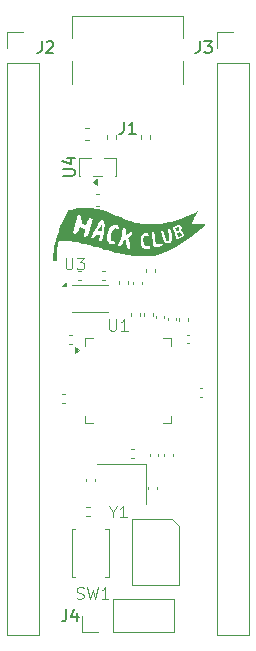
<source format=gbr>
%TF.GenerationSoftware,KiCad,Pcbnew,9.0.6*%
%TF.CreationDate,2025-12-05T22:59:02-07:00*%
%TF.ProjectId,HyperionDevBoard,48797065-7269-46f6-9e44-6576426f6172,rev?*%
%TF.SameCoordinates,Original*%
%TF.FileFunction,Legend,Top*%
%TF.FilePolarity,Positive*%
%FSLAX46Y46*%
G04 Gerber Fmt 4.6, Leading zero omitted, Abs format (unit mm)*
G04 Created by KiCad (PCBNEW 9.0.6) date 2025-12-05 22:59:02*
%MOMM*%
%LPD*%
G01*
G04 APERTURE LIST*
%ADD10C,0.100000*%
%ADD11C,0.150000*%
%ADD12C,0.120000*%
%ADD13C,0.000000*%
G04 APERTURE END LIST*
D10*
X107256265Y-114624800D02*
X107399122Y-114672419D01*
X107399122Y-114672419D02*
X107637217Y-114672419D01*
X107637217Y-114672419D02*
X107732455Y-114624800D01*
X107732455Y-114624800D02*
X107780074Y-114577180D01*
X107780074Y-114577180D02*
X107827693Y-114481942D01*
X107827693Y-114481942D02*
X107827693Y-114386704D01*
X107827693Y-114386704D02*
X107780074Y-114291466D01*
X107780074Y-114291466D02*
X107732455Y-114243847D01*
X107732455Y-114243847D02*
X107637217Y-114196228D01*
X107637217Y-114196228D02*
X107446741Y-114148609D01*
X107446741Y-114148609D02*
X107351503Y-114100990D01*
X107351503Y-114100990D02*
X107303884Y-114053371D01*
X107303884Y-114053371D02*
X107256265Y-113958133D01*
X107256265Y-113958133D02*
X107256265Y-113862895D01*
X107256265Y-113862895D02*
X107303884Y-113767657D01*
X107303884Y-113767657D02*
X107351503Y-113720038D01*
X107351503Y-113720038D02*
X107446741Y-113672419D01*
X107446741Y-113672419D02*
X107684836Y-113672419D01*
X107684836Y-113672419D02*
X107827693Y-113720038D01*
X108161027Y-113672419D02*
X108399122Y-114672419D01*
X108399122Y-114672419D02*
X108589598Y-113958133D01*
X108589598Y-113958133D02*
X108780074Y-114672419D01*
X108780074Y-114672419D02*
X109018170Y-113672419D01*
X109922931Y-114672419D02*
X109351503Y-114672419D01*
X109637217Y-114672419D02*
X109637217Y-113672419D01*
X109637217Y-113672419D02*
X109541979Y-113815276D01*
X109541979Y-113815276D02*
X109446741Y-113910514D01*
X109446741Y-113910514D02*
X109351503Y-113958133D01*
X110294360Y-107296228D02*
X110294360Y-107772419D01*
X109961027Y-106772419D02*
X110294360Y-107296228D01*
X110294360Y-107296228D02*
X110627693Y-106772419D01*
X111484836Y-107772419D02*
X110913408Y-107772419D01*
X111199122Y-107772419D02*
X111199122Y-106772419D01*
X111199122Y-106772419D02*
X111103884Y-106915276D01*
X111103884Y-106915276D02*
X111008646Y-107010514D01*
X111008646Y-107010514D02*
X110913408Y-107058133D01*
X110003884Y-90972419D02*
X110003884Y-91781942D01*
X110003884Y-91781942D02*
X110051503Y-91877180D01*
X110051503Y-91877180D02*
X110099122Y-91924800D01*
X110099122Y-91924800D02*
X110194360Y-91972419D01*
X110194360Y-91972419D02*
X110384836Y-91972419D01*
X110384836Y-91972419D02*
X110480074Y-91924800D01*
X110480074Y-91924800D02*
X110527693Y-91877180D01*
X110527693Y-91877180D02*
X110575312Y-91781942D01*
X110575312Y-91781942D02*
X110575312Y-90972419D01*
X111575312Y-91972419D02*
X111003884Y-91972419D01*
X111289598Y-91972419D02*
X111289598Y-90972419D01*
X111289598Y-90972419D02*
X111194360Y-91115276D01*
X111194360Y-91115276D02*
X111099122Y-91210514D01*
X111099122Y-91210514D02*
X111003884Y-91258133D01*
X106303884Y-85772419D02*
X106303884Y-86581942D01*
X106303884Y-86581942D02*
X106351503Y-86677180D01*
X106351503Y-86677180D02*
X106399122Y-86724800D01*
X106399122Y-86724800D02*
X106494360Y-86772419D01*
X106494360Y-86772419D02*
X106684836Y-86772419D01*
X106684836Y-86772419D02*
X106780074Y-86724800D01*
X106780074Y-86724800D02*
X106827693Y-86677180D01*
X106827693Y-86677180D02*
X106875312Y-86581942D01*
X106875312Y-86581942D02*
X106875312Y-85772419D01*
X107256265Y-85772419D02*
X107875312Y-85772419D01*
X107875312Y-85772419D02*
X107541979Y-86153371D01*
X107541979Y-86153371D02*
X107684836Y-86153371D01*
X107684836Y-86153371D02*
X107780074Y-86200990D01*
X107780074Y-86200990D02*
X107827693Y-86248609D01*
X107827693Y-86248609D02*
X107875312Y-86343847D01*
X107875312Y-86343847D02*
X107875312Y-86581942D01*
X107875312Y-86581942D02*
X107827693Y-86677180D01*
X107827693Y-86677180D02*
X107780074Y-86724800D01*
X107780074Y-86724800D02*
X107684836Y-86772419D01*
X107684836Y-86772419D02*
X107399122Y-86772419D01*
X107399122Y-86772419D02*
X107303884Y-86724800D01*
X107303884Y-86724800D02*
X107256265Y-86677180D01*
D11*
X117666666Y-67454819D02*
X117666666Y-68169104D01*
X117666666Y-68169104D02*
X117619047Y-68311961D01*
X117619047Y-68311961D02*
X117523809Y-68407200D01*
X117523809Y-68407200D02*
X117380952Y-68454819D01*
X117380952Y-68454819D02*
X117285714Y-68454819D01*
X118047619Y-67454819D02*
X118666666Y-67454819D01*
X118666666Y-67454819D02*
X118333333Y-67835771D01*
X118333333Y-67835771D02*
X118476190Y-67835771D01*
X118476190Y-67835771D02*
X118571428Y-67883390D01*
X118571428Y-67883390D02*
X118619047Y-67931009D01*
X118619047Y-67931009D02*
X118666666Y-68026247D01*
X118666666Y-68026247D02*
X118666666Y-68264342D01*
X118666666Y-68264342D02*
X118619047Y-68359580D01*
X118619047Y-68359580D02*
X118571428Y-68407200D01*
X118571428Y-68407200D02*
X118476190Y-68454819D01*
X118476190Y-68454819D02*
X118190476Y-68454819D01*
X118190476Y-68454819D02*
X118095238Y-68407200D01*
X118095238Y-68407200D02*
X118047619Y-68359580D01*
X104266666Y-67454819D02*
X104266666Y-68169104D01*
X104266666Y-68169104D02*
X104219047Y-68311961D01*
X104219047Y-68311961D02*
X104123809Y-68407200D01*
X104123809Y-68407200D02*
X103980952Y-68454819D01*
X103980952Y-68454819D02*
X103885714Y-68454819D01*
X104695238Y-67550057D02*
X104742857Y-67502438D01*
X104742857Y-67502438D02*
X104838095Y-67454819D01*
X104838095Y-67454819D02*
X105076190Y-67454819D01*
X105076190Y-67454819D02*
X105171428Y-67502438D01*
X105171428Y-67502438D02*
X105219047Y-67550057D01*
X105219047Y-67550057D02*
X105266666Y-67645295D01*
X105266666Y-67645295D02*
X105266666Y-67740533D01*
X105266666Y-67740533D02*
X105219047Y-67883390D01*
X105219047Y-67883390D02*
X104647619Y-68454819D01*
X104647619Y-68454819D02*
X105266666Y-68454819D01*
X106074819Y-78859404D02*
X106884342Y-78859404D01*
X106884342Y-78859404D02*
X106979580Y-78811785D01*
X106979580Y-78811785D02*
X107027200Y-78764166D01*
X107027200Y-78764166D02*
X107074819Y-78668928D01*
X107074819Y-78668928D02*
X107074819Y-78478452D01*
X107074819Y-78478452D02*
X107027200Y-78383214D01*
X107027200Y-78383214D02*
X106979580Y-78335595D01*
X106979580Y-78335595D02*
X106884342Y-78287976D01*
X106884342Y-78287976D02*
X106074819Y-78287976D01*
X106408152Y-77383214D02*
X107074819Y-77383214D01*
X106027200Y-77621309D02*
X106741485Y-77859404D01*
X106741485Y-77859404D02*
X106741485Y-77240357D01*
X106366666Y-115554819D02*
X106366666Y-116269104D01*
X106366666Y-116269104D02*
X106319047Y-116411961D01*
X106319047Y-116411961D02*
X106223809Y-116507200D01*
X106223809Y-116507200D02*
X106080952Y-116554819D01*
X106080952Y-116554819D02*
X105985714Y-116554819D01*
X107271428Y-115888152D02*
X107271428Y-116554819D01*
X107033333Y-115507200D02*
X106795238Y-116221485D01*
X106795238Y-116221485D02*
X107414285Y-116221485D01*
X111246666Y-74299819D02*
X111246666Y-75014104D01*
X111246666Y-75014104D02*
X111199047Y-75156961D01*
X111199047Y-75156961D02*
X111103809Y-75252200D01*
X111103809Y-75252200D02*
X110960952Y-75299819D01*
X110960952Y-75299819D02*
X110865714Y-75299819D01*
X112246666Y-75299819D02*
X111675238Y-75299819D01*
X111960952Y-75299819D02*
X111960952Y-74299819D01*
X111960952Y-74299819D02*
X111865714Y-74442676D01*
X111865714Y-74442676D02*
X111770476Y-74537914D01*
X111770476Y-74537914D02*
X111675238Y-74585533D01*
D12*
%TO.C,C16*%
X113310000Y-105397836D02*
X113310000Y-105182164D01*
X114030000Y-105397836D02*
X114030000Y-105182164D01*
%TO.C,C15*%
X108760000Y-104512164D02*
X108760000Y-104727836D01*
X108040000Y-104512164D02*
X108040000Y-104727836D01*
%TO.C,C14*%
X109140580Y-81410000D02*
X108859420Y-81410000D01*
X109140580Y-80390000D02*
X108859420Y-80390000D01*
%TO.C,C13*%
X108255580Y-75850000D02*
X107974420Y-75850000D01*
X108255580Y-74830000D02*
X107974420Y-74830000D01*
%TO.C,C10*%
X114640000Y-102392164D02*
X114640000Y-102607836D01*
X115360000Y-102392164D02*
X115360000Y-102607836D01*
%TO.C,C3*%
X116572164Y-92300000D02*
X116787836Y-92300000D01*
X116572164Y-93020000D02*
X116787836Y-93020000D01*
%TO.C,R3*%
X111880000Y-90436359D02*
X111880000Y-90743641D01*
X112640000Y-90436359D02*
X112640000Y-90743641D01*
%TO.C,C4*%
X114940000Y-91087836D02*
X114940000Y-90872164D01*
X115660000Y-91087836D02*
X115660000Y-90872164D01*
%TO.C,Y1*%
X113105000Y-103230000D02*
X108985000Y-103230000D01*
X113105000Y-106650000D02*
X113105000Y-103230000D01*
%TO.C,J3*%
X119110000Y-66690000D02*
X120490000Y-66690000D01*
X119110000Y-68070000D02*
X119110000Y-66690000D01*
X119110000Y-69340000D02*
X119110000Y-117710000D01*
X119110000Y-69340000D02*
X121870000Y-69340000D01*
X119110000Y-117710000D02*
X121870000Y-117710000D01*
X121870000Y-69340000D02*
X121870000Y-117710000D01*
%TO.C,R6*%
X108383641Y-106900000D02*
X108076359Y-106900000D01*
X108383641Y-107660000D02*
X108076359Y-107660000D01*
%TO.C,C11*%
X110840000Y-88007836D02*
X110840000Y-87792164D01*
X111560000Y-88007836D02*
X111560000Y-87792164D01*
%TO.C,SW1*%
X106830000Y-108720000D02*
X107130000Y-108720000D01*
X106830000Y-112860000D02*
X106830000Y-108720000D01*
X107130000Y-112860000D02*
X106830000Y-112860000D01*
X109670000Y-108720000D02*
X109970000Y-108720000D01*
X109970000Y-108720000D02*
X109970000Y-112860000D01*
X109970000Y-112860000D02*
X109670000Y-112860000D01*
%TO.C,C9*%
X113140000Y-86987836D02*
X113140000Y-86772164D01*
X113860000Y-86987836D02*
X113860000Y-86772164D01*
%TO.C,J2*%
X101330000Y-66690000D02*
X102710000Y-66690000D01*
X101330000Y-68070000D02*
X101330000Y-66690000D01*
X101330000Y-69340000D02*
X101330000Y-117710000D01*
X101330000Y-69340000D02*
X104090000Y-69340000D01*
X101330000Y-117710000D02*
X104090000Y-117710000D01*
X104090000Y-69340000D02*
X104090000Y-117710000D01*
%TO.C,C1*%
X115940001Y-91107836D02*
X115940000Y-90892164D01*
X116660000Y-91107836D02*
X116659999Y-90892164D01*
%TO.C,U4*%
X107460000Y-77337500D02*
X108460000Y-77337500D01*
X107460000Y-78857500D02*
X107460000Y-77337500D01*
X107510000Y-78857500D02*
X107460000Y-78857500D01*
X109410000Y-78857500D02*
X108630000Y-78857500D01*
X109580000Y-77337500D02*
X110580000Y-77337500D01*
X110580000Y-77337500D02*
X110580000Y-78857500D01*
X110580000Y-78857500D02*
X110530000Y-78857500D01*
X108970000Y-79637500D02*
X108640000Y-79397500D01*
X108970000Y-79157500D01*
X108970000Y-79637500D01*
G36*
X108970000Y-79637500D02*
G01*
X108640000Y-79397500D01*
X108970000Y-79157500D01*
X108970000Y-79637500D01*
G37*
%TO.C,C2*%
X112040000Y-88027836D02*
X112040000Y-87812164D01*
X112760000Y-88027836D02*
X112760000Y-87812164D01*
%TO.C,C7*%
X106237836Y-97350000D02*
X106022164Y-97350000D01*
X106237836Y-98070000D02*
X106022164Y-98070000D01*
%TO.C,C6*%
X106847836Y-92340000D02*
X106632164Y-92340000D01*
X106847836Y-93060000D02*
X106632164Y-93060000D01*
%TO.C,C5*%
X117652164Y-96820000D02*
X117867836Y-96820000D01*
X117652164Y-97540000D02*
X117867836Y-97540000D01*
%TO.C,J4*%
X107680000Y-117470000D02*
X107680000Y-116090000D01*
X109060000Y-117470000D02*
X107680000Y-117470000D01*
X110330000Y-114710000D02*
X115520000Y-114710000D01*
X110330000Y-117470000D02*
X110330000Y-114710000D01*
X110330000Y-117470000D02*
X115520000Y-117470000D01*
X115520000Y-117470000D02*
X115520000Y-114710000D01*
%TO.C,C8*%
X113440000Y-102372164D02*
X113440000Y-102587836D01*
X114160000Y-102372164D02*
X114160000Y-102587836D01*
%TO.C,C12*%
X113940000Y-90917836D02*
X113940000Y-90702164D01*
X114660000Y-90917836D02*
X114660000Y-90702164D01*
%TO.C,D1*%
X111900000Y-113500000D02*
X111900000Y-107900000D01*
X111900000Y-113500000D02*
X115900000Y-113500000D01*
X115300000Y-107900000D02*
X111900000Y-107900000D01*
X115300000Y-107900000D02*
X115900000Y-108500000D01*
X115900000Y-113500000D02*
X115900000Y-108500000D01*
%TO.C,R5*%
X111806359Y-102010000D02*
X112113641Y-102010000D01*
X111806359Y-102770000D02*
X112113641Y-102770000D01*
%TO.C,J1*%
X106880000Y-67200000D02*
X106880000Y-65300000D01*
X106880000Y-71100000D02*
X106880000Y-69100000D01*
X116280000Y-65300000D02*
X106880000Y-65300000D01*
X116280000Y-67200000D02*
X116280000Y-65300000D01*
X116280000Y-71100000D02*
X116280000Y-69100000D01*
%TO.C,C17*%
X109627836Y-86940000D02*
X109412164Y-86940000D01*
X109627836Y-87660000D02*
X109412164Y-87660000D01*
%TO.C,R1*%
X112680000Y-75416359D02*
X112680000Y-75723641D01*
X113440000Y-75416359D02*
X113440000Y-75723641D01*
%TO.C,R4*%
X112970000Y-90431359D02*
X112970000Y-90738641D01*
X113730000Y-90431359D02*
X113730000Y-90738641D01*
%TO.C,U3*%
X106867102Y-88115000D02*
X109867102Y-88115000D01*
X106867102Y-90385000D02*
X109867102Y-90385000D01*
X106317102Y-88200000D02*
X106037102Y-88200000D01*
X106317102Y-87920000D01*
X106317102Y-88200000D01*
G36*
X106317102Y-88200000D02*
G01*
X106037102Y-88200000D01*
X106317102Y-87920000D01*
X106317102Y-88200000D01*
G37*
%TO.C,R2*%
X109810000Y-75406359D02*
X109810000Y-75713641D01*
X110570000Y-75406359D02*
X110570000Y-75713641D01*
D13*
%TO.C,G\u002A\u002A\u002A*%
G36*
X116097040Y-83668889D02*
G01*
X116117601Y-83688485D01*
X116149830Y-83765935D01*
X116133207Y-83841998D01*
X116068345Y-83915521D01*
X115961355Y-83982598D01*
X115883670Y-84015457D01*
X115834704Y-84014459D01*
X115803504Y-83975296D01*
X115783754Y-83912709D01*
X115762015Y-83813253D01*
X115759295Y-83749011D01*
X115778044Y-83708593D01*
X115820711Y-83680607D01*
X115834980Y-83674393D01*
X115935604Y-83646311D01*
X116027588Y-83644708D01*
X116097040Y-83668889D01*
G37*
G36*
X115868134Y-83210442D02*
G01*
X115921512Y-83224810D01*
X115944150Y-83262486D01*
X115949052Y-83295476D01*
X115945675Y-83352375D01*
X115916461Y-83402530D01*
X115867811Y-83450053D01*
X115807599Y-83496417D01*
X115757093Y-83524303D01*
X115741650Y-83527945D01*
X115709974Y-83507211D01*
X115672733Y-83454713D01*
X115656491Y-83422833D01*
X115627768Y-83354374D01*
X115610462Y-83303158D01*
X115608235Y-83290765D01*
X115629722Y-83264867D01*
X115684567Y-83239411D01*
X115756867Y-83219312D01*
X115830717Y-83209484D01*
X115868134Y-83210442D01*
G37*
G36*
X109371090Y-83006927D02*
G01*
X109383315Y-83071491D01*
X109384876Y-83170468D01*
X109375213Y-83296798D01*
X109374234Y-83305355D01*
X109363690Y-83396953D01*
X109355668Y-83468797D01*
X109351684Y-83507272D01*
X109351524Y-83509396D01*
X109332981Y-83524925D01*
X109331889Y-83524771D01*
X109299251Y-83519289D01*
X109233361Y-83508282D01*
X109164946Y-83496876D01*
X109085712Y-83482983D01*
X109029266Y-83471779D01*
X109009732Y-83466435D01*
X109018813Y-83444368D01*
X109050743Y-83392262D01*
X109098779Y-83319715D01*
X109156177Y-83236327D01*
X109216194Y-83151695D01*
X109272088Y-83075418D01*
X109317115Y-83017094D01*
X109344533Y-82986322D01*
X109348759Y-82983836D01*
X109371090Y-83006927D01*
G37*
G36*
X108028894Y-81541023D02*
G01*
X108248849Y-81550981D01*
X108452331Y-81568977D01*
X108554957Y-81582675D01*
X108993889Y-81667119D01*
X109456634Y-81788061D01*
X109936167Y-81943319D01*
X110425463Y-82130715D01*
X110698345Y-82247649D01*
X110988387Y-82375297D01*
X111241290Y-82483149D01*
X111464115Y-82573612D01*
X111663923Y-82649094D01*
X111847777Y-82712001D01*
X112022737Y-82764741D01*
X112195866Y-82809721D01*
X112374225Y-82849348D01*
X112564875Y-82886030D01*
X112577994Y-82888393D01*
X112681267Y-82906093D01*
X112775501Y-82919784D01*
X112869336Y-82929958D01*
X112971416Y-82937106D01*
X113090382Y-82941721D01*
X113234876Y-82944292D01*
X113413540Y-82945312D01*
X113579649Y-82945350D01*
X113793236Y-82944654D01*
X113966216Y-82942761D01*
X114107442Y-82939165D01*
X114225767Y-82933362D01*
X114330044Y-82924848D01*
X114429126Y-82913119D01*
X114531865Y-82897669D01*
X114591408Y-82887700D01*
X115222074Y-82755898D01*
X115833044Y-82580538D01*
X116421822Y-82362485D01*
X116985912Y-82102603D01*
X117223446Y-81976445D01*
X117321459Y-81923874D01*
X117402982Y-81883321D01*
X117458857Y-81859134D01*
X117479576Y-81854876D01*
X117472326Y-81879508D01*
X117445016Y-81941766D01*
X117400606Y-82035495D01*
X117342057Y-82154541D01*
X117272331Y-82292750D01*
X117218473Y-82397571D01*
X117142786Y-82545676D01*
X117076417Y-82679127D01*
X117022298Y-82791732D01*
X116983358Y-82877299D01*
X116962527Y-82929636D01*
X116960282Y-82943177D01*
X116988490Y-82947644D01*
X117059131Y-82951627D01*
X117165179Y-82954941D01*
X117299604Y-82957402D01*
X117455378Y-82958824D01*
X117565660Y-82959104D01*
X117730370Y-82959846D01*
X117877190Y-82961931D01*
X117999364Y-82965144D01*
X118090139Y-82969273D01*
X118142760Y-82974105D01*
X118153306Y-82977653D01*
X118133522Y-83004795D01*
X118079945Y-83058379D01*
X117997585Y-83134167D01*
X117891451Y-83227921D01*
X117766551Y-83335406D01*
X117627896Y-83452382D01*
X117480493Y-83574614D01*
X117329353Y-83697863D01*
X117179483Y-83817894D01*
X117035894Y-83930467D01*
X116940776Y-84003339D01*
X116434078Y-84370121D01*
X115941554Y-84692396D01*
X115463782Y-84969872D01*
X115001339Y-85202255D01*
X114554805Y-85389254D01*
X114124757Y-85530575D01*
X113752775Y-85618375D01*
X113587609Y-85640909D01*
X113381251Y-85654809D01*
X113141176Y-85660299D01*
X112874856Y-85657601D01*
X112589766Y-85646938D01*
X112293380Y-85628532D01*
X111993170Y-85602607D01*
X111696611Y-85569385D01*
X111576339Y-85553502D01*
X111426929Y-85532102D01*
X111284449Y-85509892D01*
X111144551Y-85485789D01*
X111002888Y-85458709D01*
X110855112Y-85427568D01*
X110696875Y-85391284D01*
X110523831Y-85348772D01*
X110331631Y-85298950D01*
X110115928Y-85240734D01*
X109872375Y-85173040D01*
X109596623Y-85094785D01*
X109284326Y-85004885D01*
X108931136Y-84902258D01*
X108744498Y-84847776D01*
X108520410Y-84783983D01*
X108344630Y-84736117D01*
X110752507Y-84736117D01*
X110760925Y-84776754D01*
X110791936Y-84799177D01*
X110836866Y-84808661D01*
X110906762Y-84793687D01*
X110984466Y-84738541D01*
X111064017Y-84650564D01*
X111139457Y-84537093D01*
X111204824Y-84405468D01*
X111239237Y-84313193D01*
X111274141Y-84277994D01*
X111315874Y-84269912D01*
X111362824Y-84272012D01*
X111378577Y-84276095D01*
X111383092Y-84301256D01*
X111395384Y-84365775D01*
X111413688Y-84460475D01*
X111436238Y-84576181D01*
X111441376Y-84602430D01*
X111470939Y-84747179D01*
X111496074Y-84850949D01*
X111520075Y-84921620D01*
X111546238Y-84967072D01*
X111577859Y-84995182D01*
X111612578Y-85011742D01*
X111659841Y-85022194D01*
X111703330Y-85007405D01*
X111755647Y-84967185D01*
X111787721Y-84908990D01*
X111796687Y-84814527D01*
X111783544Y-84690718D01*
X111749291Y-84544487D01*
X111694928Y-84382759D01*
X111685715Y-84360208D01*
X112673223Y-84360208D01*
X112690782Y-84540965D01*
X112731284Y-84709476D01*
X112793633Y-84854886D01*
X112876735Y-84966337D01*
X112881936Y-84971313D01*
X112989587Y-85040047D01*
X113117403Y-85069772D01*
X113253691Y-85059317D01*
X113364305Y-85019571D01*
X113423127Y-84974006D01*
X113459989Y-84915021D01*
X113473898Y-84854204D01*
X113463859Y-84803143D01*
X113428879Y-84773428D01*
X113385531Y-84772148D01*
X113313846Y-84785929D01*
X113233484Y-84801544D01*
X113233390Y-84801562D01*
X113139487Y-84797035D01*
X113053856Y-84744668D01*
X112975751Y-84643941D01*
X112955465Y-84607642D01*
X112922248Y-84514524D01*
X112902269Y-84396670D01*
X112895622Y-84268924D01*
X112902403Y-84146123D01*
X112922708Y-84043110D01*
X112951423Y-83981168D01*
X113023864Y-83920878D01*
X113114511Y-83903467D01*
X113214312Y-83930535D01*
X113220329Y-83933575D01*
X113284731Y-83958427D01*
X113319669Y-83946169D01*
X113331977Y-83893290D01*
X113332327Y-83876072D01*
X113309373Y-83787611D01*
X113247542Y-83709837D01*
X113242396Y-83706731D01*
X113619497Y-83706731D01*
X113620434Y-83808037D01*
X113632970Y-83946905D01*
X113650900Y-84088016D01*
X113670456Y-84233269D01*
X113689040Y-84376017D01*
X113704846Y-84502072D01*
X113716069Y-84597246D01*
X113718116Y-84616163D01*
X113730345Y-84710016D01*
X113745120Y-84791597D01*
X113756945Y-84836056D01*
X113771595Y-84867175D01*
X113794425Y-84883361D01*
X113837870Y-84887491D01*
X113914364Y-84882443D01*
X113945163Y-84879611D01*
X114057848Y-84864119D01*
X114187790Y-84839072D01*
X114296336Y-84812647D01*
X114410870Y-84778340D01*
X114484795Y-84748665D01*
X114526075Y-84718890D01*
X114542670Y-84684279D01*
X114544206Y-84665245D01*
X114532433Y-84626934D01*
X114493396Y-84606888D01*
X114421519Y-84604507D01*
X114311229Y-84619191D01*
X114240754Y-84632580D01*
X114115446Y-84654781D01*
X114029776Y-84659931D01*
X113976066Y-84645404D01*
X113946640Y-84608575D01*
X113933821Y-84546818D01*
X113932306Y-84527096D01*
X113911957Y-84264595D01*
X113885996Y-84041101D01*
X113854862Y-83858365D01*
X113818996Y-83718132D01*
X113778839Y-83622152D01*
X113734830Y-83572173D01*
X113690885Y-83568489D01*
X113654264Y-83592927D01*
X113630621Y-83637018D01*
X113619497Y-83706731D01*
X113242396Y-83706731D01*
X113157383Y-83655414D01*
X113144764Y-83650923D01*
X113044803Y-83642373D01*
X112942419Y-83675599D01*
X112848508Y-83744738D01*
X112773965Y-83843929D01*
X112769147Y-83853021D01*
X112711310Y-84005380D01*
X112679701Y-84178061D01*
X112673223Y-84360208D01*
X111685715Y-84360208D01*
X111658418Y-84293391D01*
X111593370Y-84143402D01*
X111704829Y-84027349D01*
X111830278Y-83887114D01*
X111914755Y-83770494D01*
X111957899Y-83678135D01*
X111959354Y-83610680D01*
X111947845Y-83590405D01*
X111907130Y-83569593D01*
X111846105Y-83583703D01*
X111762285Y-83634093D01*
X111653187Y-83722125D01*
X111571423Y-83796524D01*
X111370301Y-83985491D01*
X111387145Y-83861830D01*
X111408839Y-83687564D01*
X111419446Y-83553992D01*
X111418879Y-83518532D01*
X114405044Y-83518532D01*
X114406021Y-83590225D01*
X114407631Y-83599764D01*
X114426758Y-83687092D01*
X114456476Y-83800051D01*
X114493173Y-83927101D01*
X114533240Y-84056700D01*
X114573065Y-84177307D01*
X114609039Y-84277381D01*
X114637552Y-84345382D01*
X114645485Y-84360099D01*
X114732388Y-84458577D01*
X114844635Y-84524003D01*
X114970080Y-84552810D01*
X115096579Y-84541436D01*
X115168439Y-84513575D01*
X115221602Y-84461991D01*
X115269578Y-84370130D01*
X115307650Y-84247178D01*
X115309544Y-84238887D01*
X115317144Y-84156677D01*
X115313780Y-84039869D01*
X115300869Y-83901755D01*
X115279827Y-83755626D01*
X115252071Y-83614774D01*
X115236224Y-83550876D01*
X115208488Y-83481193D01*
X115166104Y-83408529D01*
X115118973Y-83346835D01*
X115076996Y-83310062D01*
X115061955Y-83305355D01*
X115033867Y-83323937D01*
X115001031Y-83364815D01*
X114980321Y-83403513D01*
X114974499Y-83444508D01*
X114983400Y-83504318D01*
X114998973Y-83568856D01*
X115029117Y-83705278D01*
X115053586Y-83851162D01*
X115070805Y-83992943D01*
X115079201Y-84117053D01*
X115077202Y-84209926D01*
X115075121Y-84225347D01*
X115043860Y-84310735D01*
X114989430Y-84356982D01*
X114918326Y-84360153D01*
X114878609Y-84344386D01*
X114848727Y-84322658D01*
X114821841Y-84287568D01*
X114795417Y-84232516D01*
X114766920Y-84150900D01*
X114733817Y-84036120D01*
X114693573Y-83881577D01*
X114679684Y-83826295D01*
X114642042Y-83682173D01*
X114610749Y-83579227D01*
X114582951Y-83510032D01*
X114555795Y-83467162D01*
X114534321Y-83447944D01*
X114493980Y-83431058D01*
X114456152Y-83448160D01*
X114432639Y-83469920D01*
X114405044Y-83518532D01*
X111418879Y-83518532D01*
X111417837Y-83453354D01*
X111402885Y-83377892D01*
X111373460Y-83319847D01*
X111330903Y-83274115D01*
X115431442Y-83274115D01*
X115440090Y-83325766D01*
X115458828Y-83402078D01*
X115488916Y-83509849D01*
X115531617Y-83655878D01*
X115549109Y-83715034D01*
X115593023Y-83859791D01*
X115633963Y-83988101D01*
X115669363Y-84092440D01*
X115696657Y-84165284D01*
X115713280Y-84199108D01*
X115714570Y-84200276D01*
X115768334Y-84208857D01*
X115855236Y-84192456D01*
X115966913Y-84153009D01*
X116020272Y-84129535D01*
X116156057Y-84048562D01*
X116248229Y-83952952D01*
X116294716Y-83845215D01*
X116300195Y-83790430D01*
X116280032Y-83677030D01*
X116225883Y-83574279D01*
X116147253Y-83498513D01*
X116122083Y-83484330D01*
X116082135Y-83462317D01*
X116069627Y-83437627D01*
X116080958Y-83393114D01*
X116095167Y-83356208D01*
X116121364Y-83241397D01*
X116109730Y-83140107D01*
X116065152Y-83060066D01*
X115992520Y-83009002D01*
X115896720Y-82994645D01*
X115868543Y-82997891D01*
X115779449Y-83022082D01*
X115675438Y-83063805D01*
X115573498Y-83114823D01*
X115490617Y-83166901D01*
X115453433Y-83199136D01*
X115439375Y-83217598D01*
X115431624Y-83240325D01*
X115431442Y-83274115D01*
X111330903Y-83274115D01*
X111328434Y-83271462D01*
X111297719Y-83246978D01*
X111229324Y-83196198D01*
X111176427Y-83249094D01*
X111150617Y-83283057D01*
X111131765Y-83331657D01*
X111117282Y-83405420D01*
X111104578Y-83514871D01*
X111100643Y-83557178D01*
X111078371Y-83764607D01*
X111050176Y-83937366D01*
X111012187Y-84090204D01*
X110960532Y-84237873D01*
X110891340Y-84395124D01*
X110868081Y-84443319D01*
X110805559Y-84575561D01*
X110767210Y-84671107D01*
X110752507Y-84736117D01*
X108344630Y-84736117D01*
X108279486Y-84718378D01*
X108031830Y-84653494D01*
X107787545Y-84591861D01*
X107556737Y-84536012D01*
X107349507Y-84488477D01*
X107175960Y-84451789D01*
X107124537Y-84441884D01*
X106951237Y-84415717D01*
X106747642Y-84394698D01*
X106528938Y-84379597D01*
X106310308Y-84371186D01*
X106106936Y-84370235D01*
X105934006Y-84377514D01*
X105904897Y-84379980D01*
X105717483Y-84397542D01*
X105690968Y-84525402D01*
X105649027Y-84766277D01*
X105614608Y-85044197D01*
X105588973Y-85347138D01*
X105574275Y-85636368D01*
X105558983Y-86075365D01*
X105377203Y-86075365D01*
X105280979Y-86073452D01*
X105224877Y-86066424D01*
X105199654Y-86052345D01*
X105195424Y-86037292D01*
X105198632Y-85980301D01*
X105207380Y-85885671D01*
X105220354Y-85764750D01*
X105236239Y-85628886D01*
X105253722Y-85489427D01*
X105271488Y-85357721D01*
X105284100Y-85271567D01*
X105366832Y-84808135D01*
X105472195Y-84357709D01*
X105603578Y-83908733D01*
X105708988Y-83607787D01*
X106965692Y-83607787D01*
X106974693Y-83668289D01*
X107001743Y-83708846D01*
X107028553Y-83727379D01*
X107103404Y-83741242D01*
X107185205Y-83709341D01*
X107270751Y-83634325D01*
X107356833Y-83518838D01*
X107422290Y-83402362D01*
X107519310Y-83209399D01*
X107732905Y-83293253D01*
X107826688Y-83330563D01*
X107900994Y-83361053D01*
X107945265Y-83380345D01*
X107952926Y-83384513D01*
X107951072Y-83410315D01*
X107940755Y-83473330D01*
X107923891Y-83562411D01*
X107913343Y-83614508D01*
X107892653Y-83721140D01*
X107876685Y-83815851D01*
X107867887Y-83883570D01*
X107866920Y-83900165D01*
X107883236Y-83974666D01*
X107928142Y-84014467D01*
X107993768Y-84018295D01*
X108013358Y-84009952D01*
X108495061Y-84009952D01*
X108499138Y-84068220D01*
X108518459Y-84108669D01*
X108545043Y-84138968D01*
X108573741Y-84143905D01*
X108623250Y-84124706D01*
X108640289Y-84116651D01*
X108711158Y-84065533D01*
X108783432Y-83984808D01*
X108807067Y-83950955D01*
X108887868Y-83826258D01*
X109038773Y-83841046D01*
X109121551Y-83851453D01*
X109183723Y-83863507D01*
X109208503Y-83872710D01*
X109211343Y-83903371D01*
X109199185Y-83965181D01*
X109181444Y-84024101D01*
X109143301Y-84139356D01*
X109121522Y-84218229D01*
X109115134Y-84270667D01*
X109123165Y-84306616D01*
X109144642Y-84336022D01*
X109150368Y-84341897D01*
X109209987Y-84376249D01*
X109275953Y-84364222D01*
X109350866Y-84305122D01*
X109371183Y-84283041D01*
X109421641Y-84201308D01*
X109466062Y-84086911D01*
X109829786Y-84086911D01*
X109848650Y-84257310D01*
X109894195Y-84403947D01*
X109965212Y-84522267D01*
X110060488Y-84607709D01*
X110178812Y-84655717D01*
X110260576Y-84664660D01*
X110343849Y-84653269D01*
X110414794Y-84628079D01*
X110474938Y-84577875D01*
X110505359Y-84513374D01*
X110500207Y-84450405D01*
X110487854Y-84430350D01*
X110443194Y-84404716D01*
X110377465Y-84393587D01*
X110375176Y-84393573D01*
X110281930Y-84371474D01*
X110224244Y-84334413D01*
X110188149Y-84298438D01*
X110166284Y-84257925D01*
X110154075Y-84198557D01*
X110146945Y-84106015D01*
X110146105Y-84089870D01*
X110152272Y-83926733D01*
X110183442Y-83756032D01*
X110235181Y-83591601D01*
X110303052Y-83447271D01*
X110382619Y-83336876D01*
X110390036Y-83329243D01*
X110460436Y-83288969D01*
X110541126Y-83285452D01*
X110612371Y-83318620D01*
X110624148Y-83330087D01*
X110686711Y-83372677D01*
X110750900Y-83375093D01*
X110802420Y-83338213D01*
X110813805Y-83318455D01*
X110824919Y-83240222D01*
X110801154Y-83150943D01*
X110748728Y-83067102D01*
X110702579Y-83023591D01*
X110620135Y-82987449D01*
X110512668Y-82973995D01*
X110399273Y-82983541D01*
X110299041Y-83016399D01*
X110297919Y-83016975D01*
X110195395Y-83092018D01*
X110095400Y-83205479D01*
X110006119Y-83346636D01*
X109945404Y-83478735D01*
X109876952Y-83693066D01*
X109838817Y-83897311D01*
X109829786Y-84086911D01*
X109466062Y-84086911D01*
X109469341Y-84078468D01*
X109512587Y-83922864D01*
X109549687Y-83742841D01*
X109578945Y-83546745D01*
X109598667Y-83342920D01*
X109607161Y-83139711D01*
X109607326Y-83119863D01*
X109603756Y-82950689D01*
X109589776Y-82821949D01*
X109563442Y-82725342D01*
X109522805Y-82652567D01*
X109488973Y-82615209D01*
X109418244Y-82576014D01*
X109341802Y-82585935D01*
X109259668Y-82644956D01*
X109171862Y-82753061D01*
X109078404Y-82910234D01*
X109055669Y-82954199D01*
X109011430Y-83039565D01*
X108949218Y-83156601D01*
X108875219Y-83293818D01*
X108795623Y-83439725D01*
X108733504Y-83552406D01*
X108661427Y-83683877D01*
X108597497Y-83803149D01*
X108545754Y-83902464D01*
X108510241Y-83974065D01*
X108495061Y-84009952D01*
X108013358Y-84009952D01*
X108072240Y-83984876D01*
X108126804Y-83942210D01*
X108161278Y-83906168D01*
X108191388Y-83862988D01*
X108220752Y-83804478D01*
X108252991Y-83722443D01*
X108291724Y-83608690D01*
X108337101Y-83466115D01*
X108385456Y-83307677D01*
X108434377Y-83140545D01*
X108479188Y-82981142D01*
X108515212Y-82845891D01*
X108525953Y-82802892D01*
X108590955Y-82535385D01*
X108541584Y-82469007D01*
X108491161Y-82420097D01*
X108438390Y-82394658D01*
X108437617Y-82394538D01*
X108378656Y-82398069D01*
X108322581Y-82430236D01*
X108264988Y-82495892D01*
X108201478Y-82599894D01*
X108138312Y-82724663D01*
X108086805Y-82826725D01*
X108039809Y-82909863D01*
X108002707Y-82965173D01*
X107981670Y-82983836D01*
X107942823Y-82974983D01*
X107874411Y-82951948D01*
X107803729Y-82924691D01*
X107658355Y-82865547D01*
X107657204Y-82634088D01*
X107649979Y-82479065D01*
X107628133Y-82363582D01*
X107588764Y-82279123D01*
X107528968Y-82217170D01*
X107510711Y-82204347D01*
X107437510Y-82182409D01*
X107364128Y-82200637D01*
X107308642Y-82253224D01*
X107299183Y-82272288D01*
X107285318Y-82317831D01*
X107264372Y-82400074D01*
X107239207Y-82507264D01*
X107213207Y-82625219D01*
X107179005Y-82772684D01*
X107135085Y-82943929D01*
X107087560Y-83115868D01*
X107049785Y-83242472D01*
X107002956Y-83401291D01*
X106975019Y-83520925D01*
X106965692Y-83607787D01*
X105708988Y-83607787D01*
X105764376Y-83449652D01*
X105957981Y-82968911D01*
X105964867Y-82952780D01*
X106028270Y-82808657D01*
X106102726Y-82646114D01*
X106183893Y-82474008D01*
X106267431Y-82301190D01*
X106348997Y-82136517D01*
X106424251Y-81988840D01*
X106488852Y-81867016D01*
X106538457Y-81779897D01*
X106545581Y-81768392D01*
X106593653Y-81707333D01*
X106637600Y-81676385D01*
X106668940Y-81679076D01*
X106679357Y-81712772D01*
X106692387Y-81740154D01*
X106722639Y-81734965D01*
X106998296Y-81641109D01*
X107245428Y-81581748D01*
X107400732Y-81559465D01*
X107591780Y-81545256D01*
X107805519Y-81539112D01*
X108028894Y-81541023D01*
G37*
D12*
%TO.C,R7*%
X107326359Y-86930000D02*
X107633641Y-86930000D01*
X107326359Y-87690000D02*
X107633641Y-87690000D01*
%TO.C,U1*%
X107990000Y-92590000D02*
X108640000Y-92590000D01*
X107990000Y-93240000D02*
X107990000Y-92590000D01*
X107990000Y-99810000D02*
X107990000Y-99160000D01*
X108640000Y-99810000D02*
X107990000Y-99810000D01*
X114560000Y-92590000D02*
X115210000Y-92590000D01*
X115210000Y-92590000D02*
X115210000Y-93240000D01*
X115210000Y-99160000D02*
X115210000Y-99810000D01*
X115210000Y-99810000D02*
X114560000Y-99810000D01*
X107460000Y-93600000D02*
X107130000Y-93840000D01*
X107130000Y-93360000D01*
X107460000Y-93600000D01*
G36*
X107460000Y-93600000D02*
G01*
X107130000Y-93840000D01*
X107130000Y-93360000D01*
X107460000Y-93600000D01*
G37*
%TD*%
M02*

</source>
